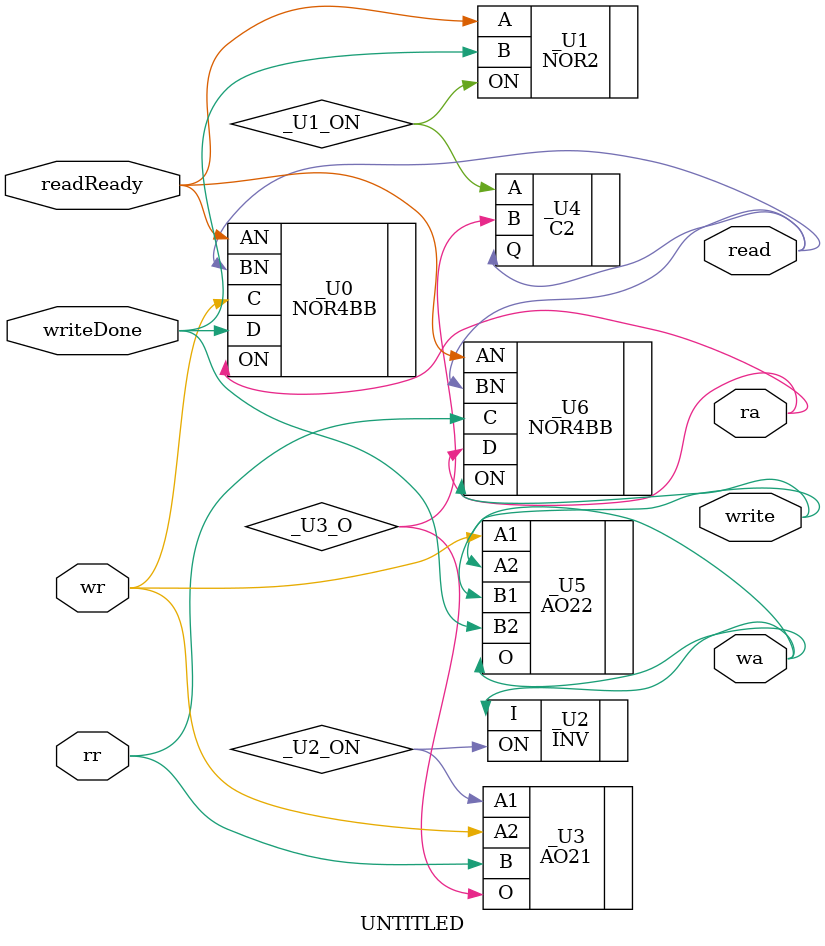
<source format=v>
module UNTITLED (readReady, rr, wr, writeDone, ra, read, wa, write);
    input readReady, rr, wr, writeDone;
    output ra, read, wa, write;

    NOR4BB _U0 (.ON(ra), .AN(readReady), .BN(read), .C(wr), .D(writeDone));
    NOR2 _U1 (.ON(_U1_ON), .A(readReady), .B(writeDone));
    // This inverter should have a short delay
    INV _U2 (.ON(_U2_ON), .I(wa));
    AO21 _U3 (.O(_U3_O), .A1(_U2_ON), .A2(wr), .B(rr));
    C2 _U4 (.Q(read), .A(_U1_ON), .B(_U3_O));
    AO22 _U5 (.O(wa), .A1(wr), .A2(wa), .B1(write), .B2(writeDone));
    NOR4BB _U6 (.ON(write), .AN(readReady), .BN(read), .C(rr), .D(ra));

    // signal values at the initial state:
    // !ra _U1_ON _U2_ON !_U3_O !read !wa !write !readReady !rr !wr !writeDone
endmodule

</source>
